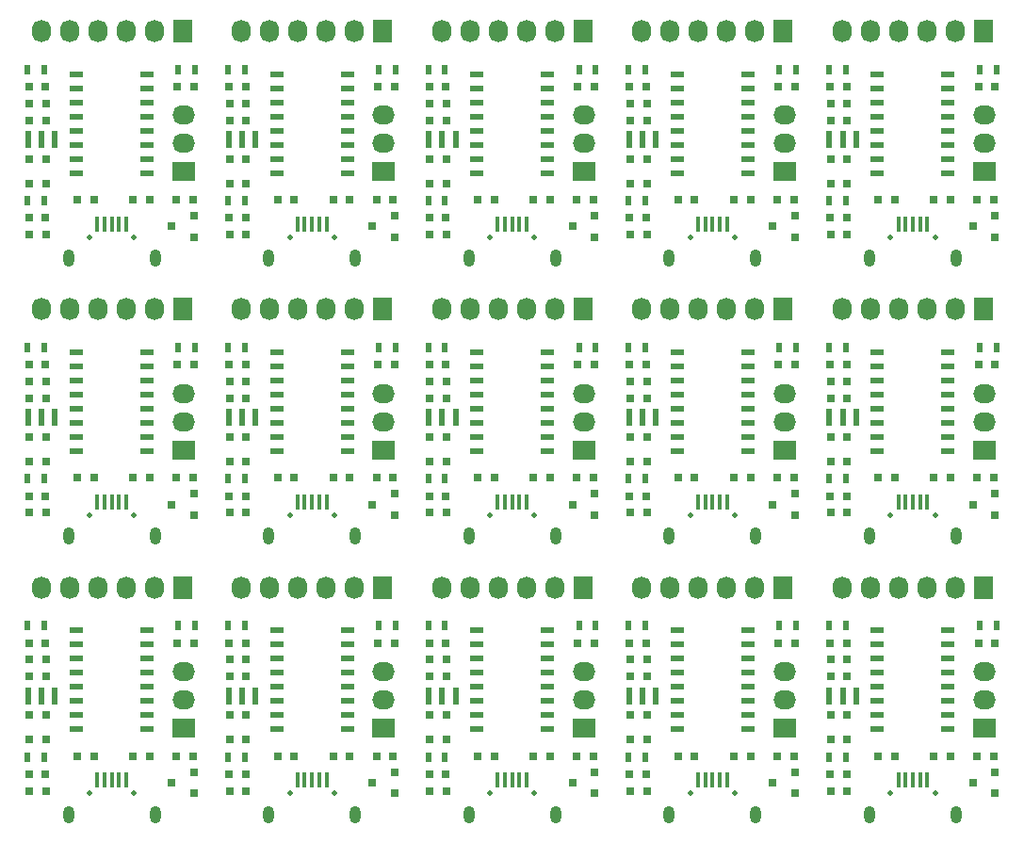
<source format=gbr>
G04 #@! TF.FileFunction,Soldermask,Top*
%FSLAX46Y46*%
G04 Gerber Fmt 4.6, Leading zero omitted, Abs format (unit mm)*
G04 Created by KiCad (PCBNEW 4.0.2-stable) date Sunday, 21 August 2016 'pmt' 15:41:42*
%MOMM*%
G01*
G04 APERTURE LIST*
%ADD10C,0.100000*%
%ADD11R,1.143000X0.508000*%
%ADD12R,0.800100X0.800100*%
%ADD13R,0.800000X0.750000*%
%ADD14R,0.500000X1.600000*%
%ADD15R,0.500000X0.900000*%
%ADD16R,1.727200X2.032000*%
%ADD17O,1.727200X2.032000*%
%ADD18R,2.032000X1.727200*%
%ADD19O,2.032000X1.727200*%
%ADD20R,0.400000X1.350000*%
%ADD21O,1.000000X1.550000*%
%ADD22C,0.500000*%
%ADD23R,0.797560X0.797560*%
G04 APERTURE END LIST*
D10*
D11*
X48175000Y-6555000D03*
X48175000Y-9095000D03*
X48175000Y-10365000D03*
X48175000Y-11635000D03*
X48175000Y-12905000D03*
X48175000Y-14175000D03*
X48175000Y-15445000D03*
X41825000Y-15445000D03*
X41825000Y-14175000D03*
X41825000Y-12905000D03*
X41825000Y-11635000D03*
X41825000Y-10365000D03*
X41825000Y-9095000D03*
X41825000Y-7825000D03*
X41825000Y-6555000D03*
X48175000Y-7825000D03*
D12*
X52400760Y-21200000D03*
X52400760Y-19300000D03*
X50401780Y-20250000D03*
D13*
X39100000Y-14200000D03*
X37600000Y-14200000D03*
D14*
X37500000Y-12450000D03*
X38700000Y-12450000D03*
X39900000Y-12450000D03*
D15*
X51000000Y-6150000D03*
X52500000Y-6150000D03*
X38950000Y-6150000D03*
X37450000Y-6150000D03*
X37450000Y-17950000D03*
X38950000Y-17950000D03*
D16*
X51350000Y-2700000D03*
D17*
X48810000Y-2700000D03*
X46270000Y-2700000D03*
X43730000Y-2700000D03*
X41190000Y-2700000D03*
X38650000Y-2700000D03*
D18*
X51450000Y-15350000D03*
D19*
X51450000Y-12810000D03*
X51450000Y-10270000D03*
D20*
X43699100Y-20037460D03*
X44349100Y-20037460D03*
X44999100Y-20037460D03*
X45649100Y-20037460D03*
X46299100Y-20037460D03*
D21*
X41100000Y-23100000D03*
X48900000Y-23100000D03*
D22*
X47000000Y-21200000D03*
X43000000Y-21200000D03*
D23*
X52399300Y-7700000D03*
X50900700Y-7700000D03*
X37550700Y-7700000D03*
X39049300Y-7700000D03*
X37550700Y-19500000D03*
X39049300Y-19500000D03*
D13*
X39100000Y-9200000D03*
X37600000Y-9200000D03*
X39100000Y-10700000D03*
X37600000Y-10700000D03*
X50800000Y-17850000D03*
X52300000Y-17850000D03*
X48400000Y-17850000D03*
X46900000Y-17850000D03*
X39100000Y-21000000D03*
X37600000Y-21000000D03*
X39100000Y-16400000D03*
X37600000Y-16400000D03*
X41900000Y-17850000D03*
X43400000Y-17850000D03*
X41900000Y-67850000D03*
X43400000Y-67850000D03*
X39100000Y-66400000D03*
X37600000Y-66400000D03*
X39100000Y-71000000D03*
X37600000Y-71000000D03*
X48400000Y-67850000D03*
X46900000Y-67850000D03*
X50800000Y-67850000D03*
X52300000Y-67850000D03*
X39100000Y-60700000D03*
X37600000Y-60700000D03*
X39100000Y-59200000D03*
X37600000Y-59200000D03*
D23*
X37550700Y-69500000D03*
X39049300Y-69500000D03*
X37550700Y-57700000D03*
X39049300Y-57700000D03*
X52399300Y-57700000D03*
X50900700Y-57700000D03*
D20*
X43699100Y-70037460D03*
X44349100Y-70037460D03*
X44999100Y-70037460D03*
X45649100Y-70037460D03*
X46299100Y-70037460D03*
D21*
X41100000Y-73100000D03*
X48900000Y-73100000D03*
D22*
X47000000Y-71200000D03*
X43000000Y-71200000D03*
D18*
X51450000Y-65350000D03*
D19*
X51450000Y-62810000D03*
X51450000Y-60270000D03*
D16*
X51350000Y-52700000D03*
D17*
X48810000Y-52700000D03*
X46270000Y-52700000D03*
X43730000Y-52700000D03*
X41190000Y-52700000D03*
X38650000Y-52700000D03*
D15*
X37450000Y-67950000D03*
X38950000Y-67950000D03*
X38950000Y-56150000D03*
X37450000Y-56150000D03*
X51000000Y-56150000D03*
X52500000Y-56150000D03*
D14*
X37500000Y-62450000D03*
X38700000Y-62450000D03*
X39900000Y-62450000D03*
D13*
X39100000Y-64200000D03*
X37600000Y-64200000D03*
D12*
X52400760Y-71200000D03*
X52400760Y-69300000D03*
X50401780Y-70250000D03*
D11*
X48175000Y-56555000D03*
X48175000Y-59095000D03*
X48175000Y-60365000D03*
X48175000Y-61635000D03*
X48175000Y-62905000D03*
X48175000Y-64175000D03*
X48175000Y-65445000D03*
X41825000Y-65445000D03*
X41825000Y-64175000D03*
X41825000Y-62905000D03*
X41825000Y-61635000D03*
X41825000Y-60365000D03*
X41825000Y-59095000D03*
X41825000Y-57825000D03*
X41825000Y-56555000D03*
X48175000Y-57825000D03*
D13*
X41900000Y-42850000D03*
X43400000Y-42850000D03*
X39100000Y-41400000D03*
X37600000Y-41400000D03*
X39100000Y-46000000D03*
X37600000Y-46000000D03*
X48400000Y-42850000D03*
X46900000Y-42850000D03*
X50800000Y-42850000D03*
X52300000Y-42850000D03*
X39100000Y-35700000D03*
X37600000Y-35700000D03*
X39100000Y-34200000D03*
X37600000Y-34200000D03*
D23*
X37550700Y-44500000D03*
X39049300Y-44500000D03*
X37550700Y-32700000D03*
X39049300Y-32700000D03*
X52399300Y-32700000D03*
X50900700Y-32700000D03*
D20*
X43699100Y-45037460D03*
X44349100Y-45037460D03*
X44999100Y-45037460D03*
X45649100Y-45037460D03*
X46299100Y-45037460D03*
D21*
X41100000Y-48100000D03*
X48900000Y-48100000D03*
D22*
X47000000Y-46200000D03*
X43000000Y-46200000D03*
D18*
X51450000Y-40350000D03*
D19*
X51450000Y-37810000D03*
X51450000Y-35270000D03*
D16*
X51350000Y-27700000D03*
D17*
X48810000Y-27700000D03*
X46270000Y-27700000D03*
X43730000Y-27700000D03*
X41190000Y-27700000D03*
X38650000Y-27700000D03*
D15*
X37450000Y-42950000D03*
X38950000Y-42950000D03*
X38950000Y-31150000D03*
X37450000Y-31150000D03*
X51000000Y-31150000D03*
X52500000Y-31150000D03*
D14*
X37500000Y-37450000D03*
X38700000Y-37450000D03*
X39900000Y-37450000D03*
D13*
X39100000Y-39200000D03*
X37600000Y-39200000D03*
D12*
X52400760Y-46200000D03*
X52400760Y-44300000D03*
X50401780Y-45250000D03*
D11*
X48175000Y-31555000D03*
X48175000Y-34095000D03*
X48175000Y-35365000D03*
X48175000Y-36635000D03*
X48175000Y-37905000D03*
X48175000Y-39175000D03*
X48175000Y-40445000D03*
X41825000Y-40445000D03*
X41825000Y-39175000D03*
X41825000Y-37905000D03*
X41825000Y-36635000D03*
X41825000Y-35365000D03*
X41825000Y-34095000D03*
X41825000Y-32825000D03*
X41825000Y-31555000D03*
X48175000Y-32825000D03*
X66175000Y-31555000D03*
X66175000Y-34095000D03*
X66175000Y-35365000D03*
X66175000Y-36635000D03*
X66175000Y-37905000D03*
X66175000Y-39175000D03*
X66175000Y-40445000D03*
X59825000Y-40445000D03*
X59825000Y-39175000D03*
X59825000Y-37905000D03*
X59825000Y-36635000D03*
X59825000Y-35365000D03*
X59825000Y-34095000D03*
X59825000Y-32825000D03*
X59825000Y-31555000D03*
X66175000Y-32825000D03*
D12*
X70400760Y-46200000D03*
X70400760Y-44300000D03*
X68401780Y-45250000D03*
D13*
X57100000Y-39200000D03*
X55600000Y-39200000D03*
D14*
X55500000Y-37450000D03*
X56700000Y-37450000D03*
X57900000Y-37450000D03*
D15*
X69000000Y-31150000D03*
X70500000Y-31150000D03*
X56950000Y-31150000D03*
X55450000Y-31150000D03*
X55450000Y-42950000D03*
X56950000Y-42950000D03*
D16*
X69350000Y-27700000D03*
D17*
X66810000Y-27700000D03*
X64270000Y-27700000D03*
X61730000Y-27700000D03*
X59190000Y-27700000D03*
X56650000Y-27700000D03*
D18*
X69450000Y-40350000D03*
D19*
X69450000Y-37810000D03*
X69450000Y-35270000D03*
D20*
X61699100Y-45037460D03*
X62349100Y-45037460D03*
X62999100Y-45037460D03*
X63649100Y-45037460D03*
X64299100Y-45037460D03*
D21*
X59100000Y-48100000D03*
X66900000Y-48100000D03*
D22*
X65000000Y-46200000D03*
X61000000Y-46200000D03*
D23*
X70399300Y-32700000D03*
X68900700Y-32700000D03*
X55550700Y-32700000D03*
X57049300Y-32700000D03*
X55550700Y-44500000D03*
X57049300Y-44500000D03*
D13*
X57100000Y-34200000D03*
X55600000Y-34200000D03*
X57100000Y-35700000D03*
X55600000Y-35700000D03*
X68800000Y-42850000D03*
X70300000Y-42850000D03*
X66400000Y-42850000D03*
X64900000Y-42850000D03*
X57100000Y-46000000D03*
X55600000Y-46000000D03*
X57100000Y-41400000D03*
X55600000Y-41400000D03*
X59900000Y-42850000D03*
X61400000Y-42850000D03*
D11*
X66175000Y-56555000D03*
X66175000Y-59095000D03*
X66175000Y-60365000D03*
X66175000Y-61635000D03*
X66175000Y-62905000D03*
X66175000Y-64175000D03*
X66175000Y-65445000D03*
X59825000Y-65445000D03*
X59825000Y-64175000D03*
X59825000Y-62905000D03*
X59825000Y-61635000D03*
X59825000Y-60365000D03*
X59825000Y-59095000D03*
X59825000Y-57825000D03*
X59825000Y-56555000D03*
X66175000Y-57825000D03*
D12*
X70400760Y-71200000D03*
X70400760Y-69300000D03*
X68401780Y-70250000D03*
D13*
X57100000Y-64200000D03*
X55600000Y-64200000D03*
D14*
X55500000Y-62450000D03*
X56700000Y-62450000D03*
X57900000Y-62450000D03*
D15*
X69000000Y-56150000D03*
X70500000Y-56150000D03*
X56950000Y-56150000D03*
X55450000Y-56150000D03*
X55450000Y-67950000D03*
X56950000Y-67950000D03*
D16*
X69350000Y-52700000D03*
D17*
X66810000Y-52700000D03*
X64270000Y-52700000D03*
X61730000Y-52700000D03*
X59190000Y-52700000D03*
X56650000Y-52700000D03*
D18*
X69450000Y-65350000D03*
D19*
X69450000Y-62810000D03*
X69450000Y-60270000D03*
D20*
X61699100Y-70037460D03*
X62349100Y-70037460D03*
X62999100Y-70037460D03*
X63649100Y-70037460D03*
X64299100Y-70037460D03*
D21*
X59100000Y-73100000D03*
X66900000Y-73100000D03*
D22*
X65000000Y-71200000D03*
X61000000Y-71200000D03*
D23*
X70399300Y-57700000D03*
X68900700Y-57700000D03*
X55550700Y-57700000D03*
X57049300Y-57700000D03*
X55550700Y-69500000D03*
X57049300Y-69500000D03*
D13*
X57100000Y-59200000D03*
X55600000Y-59200000D03*
X57100000Y-60700000D03*
X55600000Y-60700000D03*
X68800000Y-67850000D03*
X70300000Y-67850000D03*
X66400000Y-67850000D03*
X64900000Y-67850000D03*
X57100000Y-71000000D03*
X55600000Y-71000000D03*
X57100000Y-66400000D03*
X55600000Y-66400000D03*
X59900000Y-67850000D03*
X61400000Y-67850000D03*
X59900000Y-17850000D03*
X61400000Y-17850000D03*
X57100000Y-16400000D03*
X55600000Y-16400000D03*
X57100000Y-21000000D03*
X55600000Y-21000000D03*
X66400000Y-17850000D03*
X64900000Y-17850000D03*
X68800000Y-17850000D03*
X70300000Y-17850000D03*
X57100000Y-10700000D03*
X55600000Y-10700000D03*
X57100000Y-9200000D03*
X55600000Y-9200000D03*
D23*
X55550700Y-19500000D03*
X57049300Y-19500000D03*
X55550700Y-7700000D03*
X57049300Y-7700000D03*
X70399300Y-7700000D03*
X68900700Y-7700000D03*
D20*
X61699100Y-20037460D03*
X62349100Y-20037460D03*
X62999100Y-20037460D03*
X63649100Y-20037460D03*
X64299100Y-20037460D03*
D21*
X59100000Y-23100000D03*
X66900000Y-23100000D03*
D22*
X65000000Y-21200000D03*
X61000000Y-21200000D03*
D18*
X69450000Y-15350000D03*
D19*
X69450000Y-12810000D03*
X69450000Y-10270000D03*
D16*
X69350000Y-2700000D03*
D17*
X66810000Y-2700000D03*
X64270000Y-2700000D03*
X61730000Y-2700000D03*
X59190000Y-2700000D03*
X56650000Y-2700000D03*
D15*
X55450000Y-17950000D03*
X56950000Y-17950000D03*
X56950000Y-6150000D03*
X55450000Y-6150000D03*
X69000000Y-6150000D03*
X70500000Y-6150000D03*
D14*
X55500000Y-12450000D03*
X56700000Y-12450000D03*
X57900000Y-12450000D03*
D13*
X57100000Y-14200000D03*
X55600000Y-14200000D03*
D12*
X70400760Y-21200000D03*
X70400760Y-19300000D03*
X68401780Y-20250000D03*
D11*
X66175000Y-6555000D03*
X66175000Y-9095000D03*
X66175000Y-10365000D03*
X66175000Y-11635000D03*
X66175000Y-12905000D03*
X66175000Y-14175000D03*
X66175000Y-15445000D03*
X59825000Y-15445000D03*
X59825000Y-14175000D03*
X59825000Y-12905000D03*
X59825000Y-11635000D03*
X59825000Y-10365000D03*
X59825000Y-9095000D03*
X59825000Y-7825000D03*
X59825000Y-6555000D03*
X66175000Y-7825000D03*
X30175000Y-6555000D03*
X30175000Y-9095000D03*
X30175000Y-10365000D03*
X30175000Y-11635000D03*
X30175000Y-12905000D03*
X30175000Y-14175000D03*
X30175000Y-15445000D03*
X23825000Y-15445000D03*
X23825000Y-14175000D03*
X23825000Y-12905000D03*
X23825000Y-11635000D03*
X23825000Y-10365000D03*
X23825000Y-9095000D03*
X23825000Y-7825000D03*
X23825000Y-6555000D03*
X30175000Y-7825000D03*
D12*
X34400760Y-21200000D03*
X34400760Y-19300000D03*
X32401780Y-20250000D03*
D13*
X21100000Y-14200000D03*
X19600000Y-14200000D03*
D14*
X19500000Y-12450000D03*
X20700000Y-12450000D03*
X21900000Y-12450000D03*
D15*
X33000000Y-6150000D03*
X34500000Y-6150000D03*
X20950000Y-6150000D03*
X19450000Y-6150000D03*
X19450000Y-17950000D03*
X20950000Y-17950000D03*
D16*
X33350000Y-2700000D03*
D17*
X30810000Y-2700000D03*
X28270000Y-2700000D03*
X25730000Y-2700000D03*
X23190000Y-2700000D03*
X20650000Y-2700000D03*
D18*
X33450000Y-15350000D03*
D19*
X33450000Y-12810000D03*
X33450000Y-10270000D03*
D20*
X25699100Y-20037460D03*
X26349100Y-20037460D03*
X26999100Y-20037460D03*
X27649100Y-20037460D03*
X28299100Y-20037460D03*
D21*
X23100000Y-23100000D03*
X30900000Y-23100000D03*
D22*
X29000000Y-21200000D03*
X25000000Y-21200000D03*
D23*
X34399300Y-7700000D03*
X32900700Y-7700000D03*
X19550700Y-7700000D03*
X21049300Y-7700000D03*
X19550700Y-19500000D03*
X21049300Y-19500000D03*
D13*
X21100000Y-9200000D03*
X19600000Y-9200000D03*
X21100000Y-10700000D03*
X19600000Y-10700000D03*
X32800000Y-17850000D03*
X34300000Y-17850000D03*
X30400000Y-17850000D03*
X28900000Y-17850000D03*
X21100000Y-21000000D03*
X19600000Y-21000000D03*
X21100000Y-16400000D03*
X19600000Y-16400000D03*
X23900000Y-17850000D03*
X25400000Y-17850000D03*
X23900000Y-67850000D03*
X25400000Y-67850000D03*
X21100000Y-66400000D03*
X19600000Y-66400000D03*
X21100000Y-71000000D03*
X19600000Y-71000000D03*
X30400000Y-67850000D03*
X28900000Y-67850000D03*
X32800000Y-67850000D03*
X34300000Y-67850000D03*
X21100000Y-60700000D03*
X19600000Y-60700000D03*
X21100000Y-59200000D03*
X19600000Y-59200000D03*
D23*
X19550700Y-69500000D03*
X21049300Y-69500000D03*
X19550700Y-57700000D03*
X21049300Y-57700000D03*
X34399300Y-57700000D03*
X32900700Y-57700000D03*
D20*
X25699100Y-70037460D03*
X26349100Y-70037460D03*
X26999100Y-70037460D03*
X27649100Y-70037460D03*
X28299100Y-70037460D03*
D21*
X23100000Y-73100000D03*
X30900000Y-73100000D03*
D22*
X29000000Y-71200000D03*
X25000000Y-71200000D03*
D18*
X33450000Y-65350000D03*
D19*
X33450000Y-62810000D03*
X33450000Y-60270000D03*
D16*
X33350000Y-52700000D03*
D17*
X30810000Y-52700000D03*
X28270000Y-52700000D03*
X25730000Y-52700000D03*
X23190000Y-52700000D03*
X20650000Y-52700000D03*
D15*
X19450000Y-67950000D03*
X20950000Y-67950000D03*
X20950000Y-56150000D03*
X19450000Y-56150000D03*
X33000000Y-56150000D03*
X34500000Y-56150000D03*
D14*
X19500000Y-62450000D03*
X20700000Y-62450000D03*
X21900000Y-62450000D03*
D13*
X21100000Y-64200000D03*
X19600000Y-64200000D03*
D12*
X34400760Y-71200000D03*
X34400760Y-69300000D03*
X32401780Y-70250000D03*
D11*
X30175000Y-56555000D03*
X30175000Y-59095000D03*
X30175000Y-60365000D03*
X30175000Y-61635000D03*
X30175000Y-62905000D03*
X30175000Y-64175000D03*
X30175000Y-65445000D03*
X23825000Y-65445000D03*
X23825000Y-64175000D03*
X23825000Y-62905000D03*
X23825000Y-61635000D03*
X23825000Y-60365000D03*
X23825000Y-59095000D03*
X23825000Y-57825000D03*
X23825000Y-56555000D03*
X30175000Y-57825000D03*
D13*
X23900000Y-42850000D03*
X25400000Y-42850000D03*
X21100000Y-41400000D03*
X19600000Y-41400000D03*
X21100000Y-46000000D03*
X19600000Y-46000000D03*
X30400000Y-42850000D03*
X28900000Y-42850000D03*
X32800000Y-42850000D03*
X34300000Y-42850000D03*
X21100000Y-35700000D03*
X19600000Y-35700000D03*
X21100000Y-34200000D03*
X19600000Y-34200000D03*
D23*
X19550700Y-44500000D03*
X21049300Y-44500000D03*
X19550700Y-32700000D03*
X21049300Y-32700000D03*
X34399300Y-32700000D03*
X32900700Y-32700000D03*
D20*
X25699100Y-45037460D03*
X26349100Y-45037460D03*
X26999100Y-45037460D03*
X27649100Y-45037460D03*
X28299100Y-45037460D03*
D21*
X23100000Y-48100000D03*
X30900000Y-48100000D03*
D22*
X29000000Y-46200000D03*
X25000000Y-46200000D03*
D18*
X33450000Y-40350000D03*
D19*
X33450000Y-37810000D03*
X33450000Y-35270000D03*
D16*
X33350000Y-27700000D03*
D17*
X30810000Y-27700000D03*
X28270000Y-27700000D03*
X25730000Y-27700000D03*
X23190000Y-27700000D03*
X20650000Y-27700000D03*
D15*
X19450000Y-42950000D03*
X20950000Y-42950000D03*
X20950000Y-31150000D03*
X19450000Y-31150000D03*
X33000000Y-31150000D03*
X34500000Y-31150000D03*
D14*
X19500000Y-37450000D03*
X20700000Y-37450000D03*
X21900000Y-37450000D03*
D13*
X21100000Y-39200000D03*
X19600000Y-39200000D03*
D12*
X34400760Y-46200000D03*
X34400760Y-44300000D03*
X32401780Y-45250000D03*
D11*
X30175000Y-31555000D03*
X30175000Y-34095000D03*
X30175000Y-35365000D03*
X30175000Y-36635000D03*
X30175000Y-37905000D03*
X30175000Y-39175000D03*
X30175000Y-40445000D03*
X23825000Y-40445000D03*
X23825000Y-39175000D03*
X23825000Y-37905000D03*
X23825000Y-36635000D03*
X23825000Y-35365000D03*
X23825000Y-34095000D03*
X23825000Y-32825000D03*
X23825000Y-31555000D03*
X30175000Y-32825000D03*
X84175000Y-6555000D03*
X84175000Y-9095000D03*
X84175000Y-10365000D03*
X84175000Y-11635000D03*
X84175000Y-12905000D03*
X84175000Y-14175000D03*
X84175000Y-15445000D03*
X77825000Y-15445000D03*
X77825000Y-14175000D03*
X77825000Y-12905000D03*
X77825000Y-11635000D03*
X77825000Y-10365000D03*
X77825000Y-9095000D03*
X77825000Y-7825000D03*
X77825000Y-6555000D03*
X84175000Y-7825000D03*
D12*
X88400760Y-21200000D03*
X88400760Y-19300000D03*
X86401780Y-20250000D03*
D13*
X75100000Y-14200000D03*
X73600000Y-14200000D03*
D14*
X73500000Y-12450000D03*
X74700000Y-12450000D03*
X75900000Y-12450000D03*
D15*
X87000000Y-6150000D03*
X88500000Y-6150000D03*
X74950000Y-6150000D03*
X73450000Y-6150000D03*
X73450000Y-17950000D03*
X74950000Y-17950000D03*
D16*
X87350000Y-2700000D03*
D17*
X84810000Y-2700000D03*
X82270000Y-2700000D03*
X79730000Y-2700000D03*
X77190000Y-2700000D03*
X74650000Y-2700000D03*
D18*
X87450000Y-15350000D03*
D19*
X87450000Y-12810000D03*
X87450000Y-10270000D03*
D20*
X79699100Y-20037460D03*
X80349100Y-20037460D03*
X80999100Y-20037460D03*
X81649100Y-20037460D03*
X82299100Y-20037460D03*
D21*
X77100000Y-23100000D03*
X84900000Y-23100000D03*
D22*
X83000000Y-21200000D03*
X79000000Y-21200000D03*
D23*
X88399300Y-7700000D03*
X86900700Y-7700000D03*
X73550700Y-7700000D03*
X75049300Y-7700000D03*
X73550700Y-19500000D03*
X75049300Y-19500000D03*
D13*
X75100000Y-9200000D03*
X73600000Y-9200000D03*
X75100000Y-10700000D03*
X73600000Y-10700000D03*
X86800000Y-17850000D03*
X88300000Y-17850000D03*
X84400000Y-17850000D03*
X82900000Y-17850000D03*
X75100000Y-21000000D03*
X73600000Y-21000000D03*
X75100000Y-16400000D03*
X73600000Y-16400000D03*
X77900000Y-17850000D03*
X79400000Y-17850000D03*
X77900000Y-67850000D03*
X79400000Y-67850000D03*
X75100000Y-66400000D03*
X73600000Y-66400000D03*
X75100000Y-71000000D03*
X73600000Y-71000000D03*
X84400000Y-67850000D03*
X82900000Y-67850000D03*
X86800000Y-67850000D03*
X88300000Y-67850000D03*
X75100000Y-60700000D03*
X73600000Y-60700000D03*
X75100000Y-59200000D03*
X73600000Y-59200000D03*
D23*
X73550700Y-69500000D03*
X75049300Y-69500000D03*
X73550700Y-57700000D03*
X75049300Y-57700000D03*
X88399300Y-57700000D03*
X86900700Y-57700000D03*
D20*
X79699100Y-70037460D03*
X80349100Y-70037460D03*
X80999100Y-70037460D03*
X81649100Y-70037460D03*
X82299100Y-70037460D03*
D21*
X77100000Y-73100000D03*
X84900000Y-73100000D03*
D22*
X83000000Y-71200000D03*
X79000000Y-71200000D03*
D18*
X87450000Y-65350000D03*
D19*
X87450000Y-62810000D03*
X87450000Y-60270000D03*
D16*
X87350000Y-52700000D03*
D17*
X84810000Y-52700000D03*
X82270000Y-52700000D03*
X79730000Y-52700000D03*
X77190000Y-52700000D03*
X74650000Y-52700000D03*
D15*
X73450000Y-67950000D03*
X74950000Y-67950000D03*
X74950000Y-56150000D03*
X73450000Y-56150000D03*
X87000000Y-56150000D03*
X88500000Y-56150000D03*
D14*
X73500000Y-62450000D03*
X74700000Y-62450000D03*
X75900000Y-62450000D03*
D13*
X75100000Y-64200000D03*
X73600000Y-64200000D03*
D12*
X88400760Y-71200000D03*
X88400760Y-69300000D03*
X86401780Y-70250000D03*
D11*
X84175000Y-56555000D03*
X84175000Y-59095000D03*
X84175000Y-60365000D03*
X84175000Y-61635000D03*
X84175000Y-62905000D03*
X84175000Y-64175000D03*
X84175000Y-65445000D03*
X77825000Y-65445000D03*
X77825000Y-64175000D03*
X77825000Y-62905000D03*
X77825000Y-61635000D03*
X77825000Y-60365000D03*
X77825000Y-59095000D03*
X77825000Y-57825000D03*
X77825000Y-56555000D03*
X84175000Y-57825000D03*
D13*
X77900000Y-42850000D03*
X79400000Y-42850000D03*
X75100000Y-41400000D03*
X73600000Y-41400000D03*
X75100000Y-46000000D03*
X73600000Y-46000000D03*
X84400000Y-42850000D03*
X82900000Y-42850000D03*
X86800000Y-42850000D03*
X88300000Y-42850000D03*
X75100000Y-35700000D03*
X73600000Y-35700000D03*
X75100000Y-34200000D03*
X73600000Y-34200000D03*
D23*
X73550700Y-44500000D03*
X75049300Y-44500000D03*
X73550700Y-32700000D03*
X75049300Y-32700000D03*
X88399300Y-32700000D03*
X86900700Y-32700000D03*
D20*
X79699100Y-45037460D03*
X80349100Y-45037460D03*
X80999100Y-45037460D03*
X81649100Y-45037460D03*
X82299100Y-45037460D03*
D21*
X77100000Y-48100000D03*
X84900000Y-48100000D03*
D22*
X83000000Y-46200000D03*
X79000000Y-46200000D03*
D18*
X87450000Y-40350000D03*
D19*
X87450000Y-37810000D03*
X87450000Y-35270000D03*
D16*
X87350000Y-27700000D03*
D17*
X84810000Y-27700000D03*
X82270000Y-27700000D03*
X79730000Y-27700000D03*
X77190000Y-27700000D03*
X74650000Y-27700000D03*
D15*
X73450000Y-42950000D03*
X74950000Y-42950000D03*
X74950000Y-31150000D03*
X73450000Y-31150000D03*
X87000000Y-31150000D03*
X88500000Y-31150000D03*
D14*
X73500000Y-37450000D03*
X74700000Y-37450000D03*
X75900000Y-37450000D03*
D13*
X75100000Y-39200000D03*
X73600000Y-39200000D03*
D12*
X88400760Y-46200000D03*
X88400760Y-44300000D03*
X86401780Y-45250000D03*
D11*
X84175000Y-31555000D03*
X84175000Y-34095000D03*
X84175000Y-35365000D03*
X84175000Y-36635000D03*
X84175000Y-37905000D03*
X84175000Y-39175000D03*
X84175000Y-40445000D03*
X77825000Y-40445000D03*
X77825000Y-39175000D03*
X77825000Y-37905000D03*
X77825000Y-36635000D03*
X77825000Y-35365000D03*
X77825000Y-34095000D03*
X77825000Y-32825000D03*
X77825000Y-31555000D03*
X84175000Y-32825000D03*
X12175000Y-31555000D03*
X12175000Y-34095000D03*
X12175000Y-35365000D03*
X12175000Y-36635000D03*
X12175000Y-37905000D03*
X12175000Y-39175000D03*
X12175000Y-40445000D03*
X5825000Y-40445000D03*
X5825000Y-39175000D03*
X5825000Y-37905000D03*
X5825000Y-36635000D03*
X5825000Y-35365000D03*
X5825000Y-34095000D03*
X5825000Y-32825000D03*
X5825000Y-31555000D03*
X12175000Y-32825000D03*
D12*
X16400760Y-46200000D03*
X16400760Y-44300000D03*
X14401780Y-45250000D03*
D13*
X3100000Y-39200000D03*
X1600000Y-39200000D03*
D14*
X1500000Y-37450000D03*
X2700000Y-37450000D03*
X3900000Y-37450000D03*
D15*
X15000000Y-31150000D03*
X16500000Y-31150000D03*
X2950000Y-31150000D03*
X1450000Y-31150000D03*
X1450000Y-42950000D03*
X2950000Y-42950000D03*
D16*
X15350000Y-27700000D03*
D17*
X12810000Y-27700000D03*
X10270000Y-27700000D03*
X7730000Y-27700000D03*
X5190000Y-27700000D03*
X2650000Y-27700000D03*
D18*
X15450000Y-40350000D03*
D19*
X15450000Y-37810000D03*
X15450000Y-35270000D03*
D20*
X7699100Y-45037460D03*
X8349100Y-45037460D03*
X8999100Y-45037460D03*
X9649100Y-45037460D03*
X10299100Y-45037460D03*
D21*
X5100000Y-48100000D03*
X12900000Y-48100000D03*
D22*
X11000000Y-46200000D03*
X7000000Y-46200000D03*
D23*
X16399300Y-32700000D03*
X14900700Y-32700000D03*
X1550700Y-32700000D03*
X3049300Y-32700000D03*
X1550700Y-44500000D03*
X3049300Y-44500000D03*
D13*
X3100000Y-34200000D03*
X1600000Y-34200000D03*
X3100000Y-35700000D03*
X1600000Y-35700000D03*
X14800000Y-42850000D03*
X16300000Y-42850000D03*
X12400000Y-42850000D03*
X10900000Y-42850000D03*
X3100000Y-46000000D03*
X1600000Y-46000000D03*
X3100000Y-41400000D03*
X1600000Y-41400000D03*
X5900000Y-42850000D03*
X7400000Y-42850000D03*
D11*
X12175000Y-56555000D03*
X12175000Y-59095000D03*
X12175000Y-60365000D03*
X12175000Y-61635000D03*
X12175000Y-62905000D03*
X12175000Y-64175000D03*
X12175000Y-65445000D03*
X5825000Y-65445000D03*
X5825000Y-64175000D03*
X5825000Y-62905000D03*
X5825000Y-61635000D03*
X5825000Y-60365000D03*
X5825000Y-59095000D03*
X5825000Y-57825000D03*
X5825000Y-56555000D03*
X12175000Y-57825000D03*
D12*
X16400760Y-71200000D03*
X16400760Y-69300000D03*
X14401780Y-70250000D03*
D13*
X3100000Y-64200000D03*
X1600000Y-64200000D03*
D14*
X1500000Y-62450000D03*
X2700000Y-62450000D03*
X3900000Y-62450000D03*
D15*
X15000000Y-56150000D03*
X16500000Y-56150000D03*
X2950000Y-56150000D03*
X1450000Y-56150000D03*
X1450000Y-67950000D03*
X2950000Y-67950000D03*
D16*
X15350000Y-52700000D03*
D17*
X12810000Y-52700000D03*
X10270000Y-52700000D03*
X7730000Y-52700000D03*
X5190000Y-52700000D03*
X2650000Y-52700000D03*
D18*
X15450000Y-65350000D03*
D19*
X15450000Y-62810000D03*
X15450000Y-60270000D03*
D20*
X7699100Y-70037460D03*
X8349100Y-70037460D03*
X8999100Y-70037460D03*
X9649100Y-70037460D03*
X10299100Y-70037460D03*
D21*
X5100000Y-73100000D03*
X12900000Y-73100000D03*
D22*
X11000000Y-71200000D03*
X7000000Y-71200000D03*
D23*
X16399300Y-57700000D03*
X14900700Y-57700000D03*
X1550700Y-57700000D03*
X3049300Y-57700000D03*
X1550700Y-69500000D03*
X3049300Y-69500000D03*
D13*
X3100000Y-59200000D03*
X1600000Y-59200000D03*
X3100000Y-60700000D03*
X1600000Y-60700000D03*
X14800000Y-67850000D03*
X16300000Y-67850000D03*
X12400000Y-67850000D03*
X10900000Y-67850000D03*
X3100000Y-71000000D03*
X1600000Y-71000000D03*
X3100000Y-66400000D03*
X1600000Y-66400000D03*
X5900000Y-67850000D03*
X7400000Y-67850000D03*
X5900000Y-17850000D03*
X7400000Y-17850000D03*
X3100000Y-16400000D03*
X1600000Y-16400000D03*
X3100000Y-21000000D03*
X1600000Y-21000000D03*
X12400000Y-17850000D03*
X10900000Y-17850000D03*
X14800000Y-17850000D03*
X16300000Y-17850000D03*
X3100000Y-10700000D03*
X1600000Y-10700000D03*
X3100000Y-9200000D03*
X1600000Y-9200000D03*
D23*
X1550700Y-19500000D03*
X3049300Y-19500000D03*
X1550700Y-7700000D03*
X3049300Y-7700000D03*
X16399300Y-7700000D03*
X14900700Y-7700000D03*
D20*
X7699100Y-20037460D03*
X8349100Y-20037460D03*
X8999100Y-20037460D03*
X9649100Y-20037460D03*
X10299100Y-20037460D03*
D21*
X5100000Y-23100000D03*
X12900000Y-23100000D03*
D22*
X11000000Y-21200000D03*
X7000000Y-21200000D03*
D18*
X15450000Y-15350000D03*
D19*
X15450000Y-12810000D03*
X15450000Y-10270000D03*
D16*
X15350000Y-2700000D03*
D17*
X12810000Y-2700000D03*
X10270000Y-2700000D03*
X7730000Y-2700000D03*
X5190000Y-2700000D03*
X2650000Y-2700000D03*
D15*
X1450000Y-17950000D03*
X2950000Y-17950000D03*
X2950000Y-6150000D03*
X1450000Y-6150000D03*
X15000000Y-6150000D03*
X16500000Y-6150000D03*
D14*
X1500000Y-12450000D03*
X2700000Y-12450000D03*
X3900000Y-12450000D03*
D13*
X3100000Y-14200000D03*
X1600000Y-14200000D03*
D12*
X16400760Y-21200000D03*
X16400760Y-19300000D03*
X14401780Y-20250000D03*
D11*
X12175000Y-6555000D03*
X12175000Y-9095000D03*
X12175000Y-10365000D03*
X12175000Y-11635000D03*
X12175000Y-12905000D03*
X12175000Y-14175000D03*
X12175000Y-15445000D03*
X5825000Y-15445000D03*
X5825000Y-14175000D03*
X5825000Y-12905000D03*
X5825000Y-11635000D03*
X5825000Y-10365000D03*
X5825000Y-9095000D03*
X5825000Y-7825000D03*
X5825000Y-6555000D03*
X12175000Y-7825000D03*
M02*

</source>
